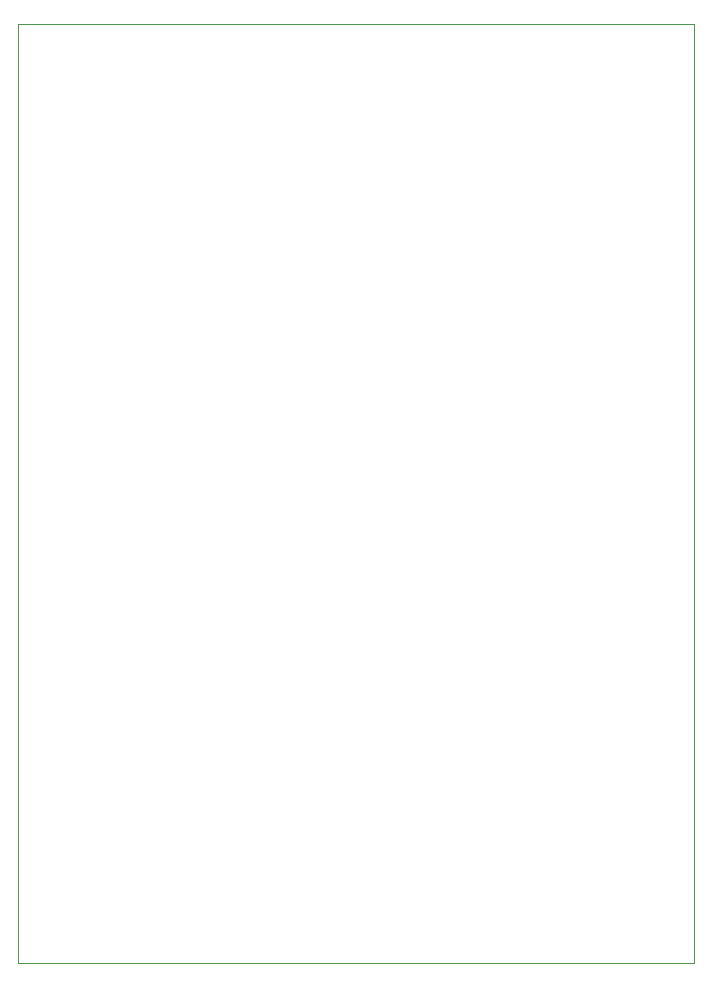
<source format=gm1>
G04 #@! TF.GenerationSoftware,KiCad,Pcbnew,6.0.9-1.fc35*
G04 #@! TF.CreationDate,2023-07-15T13:58:04-04:00*
G04 #@! TF.ProjectId,esp32_example,65737033-325f-4657-9861-6d706c652e6b,rev?*
G04 #@! TF.SameCoordinates,Original*
G04 #@! TF.FileFunction,Profile,NP*
%FSLAX46Y46*%
G04 Gerber Fmt 4.6, Leading zero omitted, Abs format (unit mm)*
G04 Created by KiCad (PCBNEW 6.0.9-1.fc35) date 2023-07-15 13:58:04*
%MOMM*%
%LPD*%
G01*
G04 APERTURE LIST*
G04 #@! TA.AperFunction,Profile*
%ADD10C,0.100000*%
G04 #@! TD*
G04 APERTURE END LIST*
D10*
X174750000Y-87000000D02*
X117500000Y-87000000D01*
X117500000Y-87000000D02*
X117500000Y-166500000D01*
X117500000Y-166500000D02*
X174750000Y-166500000D01*
X174750000Y-166500000D02*
X174750000Y-87000000D01*
M02*

</source>
